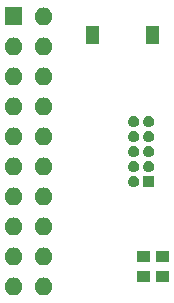
<source format=gbs>
G04 #@! TF.GenerationSoftware,KiCad,Pcbnew,5.0.1-33cea8e~68~ubuntu18.04.1*
G04 #@! TF.CreationDate,2018-11-22T22:47:37+01:00*
G04 #@! TF.ProjectId,jtag_20pin_to_10pin,6A7461675F323070696E5F746F5F3130,rev?*
G04 #@! TF.SameCoordinates,Original*
G04 #@! TF.FileFunction,Soldermask,Bot*
G04 #@! TF.FilePolarity,Negative*
%FSLAX46Y46*%
G04 Gerber Fmt 4.6, Leading zero omitted, Abs format (unit mm)*
G04 Created by KiCad (PCBNEW 5.0.1-33cea8e~68~ubuntu18.04.1) date do 22 nov 2018 22:47:37 CET*
%MOMM*%
%LPD*%
G01*
G04 APERTURE LIST*
%ADD10C,0.100000*%
G04 APERTURE END LIST*
D10*
G36*
X134766318Y-93244411D02*
X134838767Y-93258822D01*
X134895303Y-93282240D01*
X134975257Y-93315358D01*
X135098100Y-93397439D01*
X135202561Y-93501900D01*
X135284642Y-93624743D01*
X135341178Y-93761234D01*
X135370000Y-93906130D01*
X135370000Y-94053870D01*
X135341178Y-94198766D01*
X135284642Y-94335257D01*
X135202561Y-94458100D01*
X135098100Y-94562561D01*
X134975257Y-94644642D01*
X134895303Y-94677760D01*
X134838767Y-94701178D01*
X134766318Y-94715589D01*
X134693870Y-94730000D01*
X134546130Y-94730000D01*
X134473682Y-94715589D01*
X134401233Y-94701178D01*
X134344697Y-94677760D01*
X134264743Y-94644642D01*
X134141900Y-94562561D01*
X134037439Y-94458100D01*
X133955358Y-94335257D01*
X133898822Y-94198766D01*
X133870000Y-94053870D01*
X133870000Y-93906130D01*
X133898822Y-93761234D01*
X133955358Y-93624743D01*
X134037439Y-93501900D01*
X134141900Y-93397439D01*
X134264743Y-93315358D01*
X134344697Y-93282240D01*
X134401233Y-93258822D01*
X134473682Y-93244411D01*
X134546130Y-93230000D01*
X134693870Y-93230000D01*
X134766318Y-93244411D01*
X134766318Y-93244411D01*
G37*
G36*
X132226318Y-93244411D02*
X132298767Y-93258822D01*
X132355303Y-93282240D01*
X132435257Y-93315358D01*
X132558100Y-93397439D01*
X132662561Y-93501900D01*
X132744642Y-93624743D01*
X132801178Y-93761234D01*
X132830000Y-93906130D01*
X132830000Y-94053870D01*
X132801178Y-94198766D01*
X132744642Y-94335257D01*
X132662561Y-94458100D01*
X132558100Y-94562561D01*
X132435257Y-94644642D01*
X132355303Y-94677760D01*
X132298767Y-94701178D01*
X132226318Y-94715589D01*
X132153870Y-94730000D01*
X132006130Y-94730000D01*
X131933682Y-94715589D01*
X131861233Y-94701178D01*
X131804697Y-94677760D01*
X131724743Y-94644642D01*
X131601900Y-94562561D01*
X131497439Y-94458100D01*
X131415358Y-94335257D01*
X131358822Y-94198766D01*
X131330000Y-94053870D01*
X131330000Y-93906130D01*
X131358822Y-93761234D01*
X131415358Y-93624743D01*
X131497439Y-93501900D01*
X131601900Y-93397439D01*
X131724743Y-93315358D01*
X131804697Y-93282240D01*
X131861233Y-93258822D01*
X131933682Y-93244411D01*
X132006130Y-93230000D01*
X132153870Y-93230000D01*
X132226318Y-93244411D01*
X132226318Y-93244411D01*
G37*
G36*
X143650000Y-93600000D02*
X142550000Y-93600000D01*
X142550000Y-92700000D01*
X143650000Y-92700000D01*
X143650000Y-93600000D01*
X143650000Y-93600000D01*
G37*
G36*
X145250000Y-93600000D02*
X144150000Y-93600000D01*
X144150000Y-92700000D01*
X145250000Y-92700000D01*
X145250000Y-93600000D01*
X145250000Y-93600000D01*
G37*
G36*
X134766318Y-90704411D02*
X134838767Y-90718822D01*
X134895303Y-90742240D01*
X134975257Y-90775358D01*
X135098100Y-90857439D01*
X135202561Y-90961900D01*
X135284642Y-91084743D01*
X135341178Y-91221234D01*
X135370000Y-91366130D01*
X135370000Y-91513870D01*
X135341178Y-91658766D01*
X135284642Y-91795257D01*
X135202561Y-91918100D01*
X135098100Y-92022561D01*
X134975257Y-92104642D01*
X134895303Y-92137760D01*
X134838767Y-92161178D01*
X134766318Y-92175589D01*
X134693870Y-92190000D01*
X134546130Y-92190000D01*
X134473682Y-92175589D01*
X134401233Y-92161178D01*
X134344697Y-92137760D01*
X134264743Y-92104642D01*
X134141900Y-92022561D01*
X134037439Y-91918100D01*
X133955358Y-91795257D01*
X133898822Y-91658766D01*
X133870000Y-91513870D01*
X133870000Y-91366130D01*
X133898822Y-91221234D01*
X133955358Y-91084743D01*
X134037439Y-90961900D01*
X134141900Y-90857439D01*
X134264743Y-90775358D01*
X134344697Y-90742240D01*
X134401233Y-90718822D01*
X134473682Y-90704411D01*
X134546130Y-90690000D01*
X134693870Y-90690000D01*
X134766318Y-90704411D01*
X134766318Y-90704411D01*
G37*
G36*
X132226318Y-90704411D02*
X132298767Y-90718822D01*
X132355303Y-90742240D01*
X132435257Y-90775358D01*
X132558100Y-90857439D01*
X132662561Y-90961900D01*
X132744642Y-91084743D01*
X132801178Y-91221234D01*
X132830000Y-91366130D01*
X132830000Y-91513870D01*
X132801178Y-91658766D01*
X132744642Y-91795257D01*
X132662561Y-91918100D01*
X132558100Y-92022561D01*
X132435257Y-92104642D01*
X132355303Y-92137760D01*
X132298767Y-92161178D01*
X132226318Y-92175589D01*
X132153870Y-92190000D01*
X132006130Y-92190000D01*
X131933682Y-92175589D01*
X131861233Y-92161178D01*
X131804697Y-92137760D01*
X131724743Y-92104642D01*
X131601900Y-92022561D01*
X131497439Y-91918100D01*
X131415358Y-91795257D01*
X131358822Y-91658766D01*
X131330000Y-91513870D01*
X131330000Y-91366130D01*
X131358822Y-91221234D01*
X131415358Y-91084743D01*
X131497439Y-90961900D01*
X131601900Y-90857439D01*
X131724743Y-90775358D01*
X131804697Y-90742240D01*
X131861233Y-90718822D01*
X131933682Y-90704411D01*
X132006130Y-90690000D01*
X132153870Y-90690000D01*
X132226318Y-90704411D01*
X132226318Y-90704411D01*
G37*
G36*
X143650000Y-91900000D02*
X142550000Y-91900000D01*
X142550000Y-91000000D01*
X143650000Y-91000000D01*
X143650000Y-91900000D01*
X143650000Y-91900000D01*
G37*
G36*
X145250000Y-91900000D02*
X144150000Y-91900000D01*
X144150000Y-91000000D01*
X145250000Y-91000000D01*
X145250000Y-91900000D01*
X145250000Y-91900000D01*
G37*
G36*
X132226318Y-88164411D02*
X132298767Y-88178822D01*
X132355303Y-88202240D01*
X132435257Y-88235358D01*
X132558100Y-88317439D01*
X132662561Y-88421900D01*
X132744642Y-88544743D01*
X132801178Y-88681234D01*
X132830000Y-88826130D01*
X132830000Y-88973870D01*
X132801178Y-89118766D01*
X132744642Y-89255257D01*
X132662561Y-89378100D01*
X132558100Y-89482561D01*
X132435257Y-89564642D01*
X132355303Y-89597760D01*
X132298767Y-89621178D01*
X132226318Y-89635589D01*
X132153870Y-89650000D01*
X132006130Y-89650000D01*
X131933682Y-89635589D01*
X131861233Y-89621178D01*
X131804697Y-89597760D01*
X131724743Y-89564642D01*
X131601900Y-89482561D01*
X131497439Y-89378100D01*
X131415358Y-89255257D01*
X131358822Y-89118766D01*
X131330000Y-88973870D01*
X131330000Y-88826130D01*
X131358822Y-88681234D01*
X131415358Y-88544743D01*
X131497439Y-88421900D01*
X131601900Y-88317439D01*
X131724743Y-88235358D01*
X131804697Y-88202240D01*
X131861233Y-88178822D01*
X131933682Y-88164411D01*
X132006130Y-88150000D01*
X132153870Y-88150000D01*
X132226318Y-88164411D01*
X132226318Y-88164411D01*
G37*
G36*
X134766318Y-88164411D02*
X134838767Y-88178822D01*
X134895303Y-88202240D01*
X134975257Y-88235358D01*
X135098100Y-88317439D01*
X135202561Y-88421900D01*
X135284642Y-88544743D01*
X135341178Y-88681234D01*
X135370000Y-88826130D01*
X135370000Y-88973870D01*
X135341178Y-89118766D01*
X135284642Y-89255257D01*
X135202561Y-89378100D01*
X135098100Y-89482561D01*
X134975257Y-89564642D01*
X134895303Y-89597760D01*
X134838767Y-89621178D01*
X134766318Y-89635589D01*
X134693870Y-89650000D01*
X134546130Y-89650000D01*
X134473682Y-89635589D01*
X134401233Y-89621178D01*
X134344697Y-89597760D01*
X134264743Y-89564642D01*
X134141900Y-89482561D01*
X134037439Y-89378100D01*
X133955358Y-89255257D01*
X133898822Y-89118766D01*
X133870000Y-88973870D01*
X133870000Y-88826130D01*
X133898822Y-88681234D01*
X133955358Y-88544743D01*
X134037439Y-88421900D01*
X134141900Y-88317439D01*
X134264743Y-88235358D01*
X134344697Y-88202240D01*
X134401233Y-88178822D01*
X134473682Y-88164411D01*
X134546130Y-88150000D01*
X134693870Y-88150000D01*
X134766318Y-88164411D01*
X134766318Y-88164411D01*
G37*
G36*
X132226318Y-85624411D02*
X132298767Y-85638822D01*
X132355303Y-85662240D01*
X132435257Y-85695358D01*
X132558100Y-85777439D01*
X132662561Y-85881900D01*
X132744642Y-86004743D01*
X132801178Y-86141234D01*
X132830000Y-86286130D01*
X132830000Y-86433870D01*
X132801178Y-86578766D01*
X132744642Y-86715257D01*
X132662561Y-86838100D01*
X132558100Y-86942561D01*
X132435257Y-87024642D01*
X132355303Y-87057760D01*
X132298767Y-87081178D01*
X132226318Y-87095589D01*
X132153870Y-87110000D01*
X132006130Y-87110000D01*
X131933682Y-87095589D01*
X131861233Y-87081178D01*
X131804697Y-87057760D01*
X131724743Y-87024642D01*
X131601900Y-86942561D01*
X131497439Y-86838100D01*
X131415358Y-86715257D01*
X131358822Y-86578766D01*
X131330000Y-86433870D01*
X131330000Y-86286130D01*
X131358822Y-86141234D01*
X131415358Y-86004743D01*
X131497439Y-85881900D01*
X131601900Y-85777439D01*
X131724743Y-85695358D01*
X131804697Y-85662240D01*
X131861233Y-85638822D01*
X131933682Y-85624411D01*
X132006130Y-85610000D01*
X132153870Y-85610000D01*
X132226318Y-85624411D01*
X132226318Y-85624411D01*
G37*
G36*
X134766318Y-85624411D02*
X134838767Y-85638822D01*
X134895303Y-85662240D01*
X134975257Y-85695358D01*
X135098100Y-85777439D01*
X135202561Y-85881900D01*
X135284642Y-86004743D01*
X135341178Y-86141234D01*
X135370000Y-86286130D01*
X135370000Y-86433870D01*
X135341178Y-86578766D01*
X135284642Y-86715257D01*
X135202561Y-86838100D01*
X135098100Y-86942561D01*
X134975257Y-87024642D01*
X134895303Y-87057760D01*
X134838767Y-87081178D01*
X134766318Y-87095589D01*
X134693870Y-87110000D01*
X134546130Y-87110000D01*
X134473682Y-87095589D01*
X134401233Y-87081178D01*
X134344697Y-87057760D01*
X134264743Y-87024642D01*
X134141900Y-86942561D01*
X134037439Y-86838100D01*
X133955358Y-86715257D01*
X133898822Y-86578766D01*
X133870000Y-86433870D01*
X133870000Y-86286130D01*
X133898822Y-86141234D01*
X133955358Y-86004743D01*
X134037439Y-85881900D01*
X134141900Y-85777439D01*
X134264743Y-85695358D01*
X134344697Y-85662240D01*
X134401233Y-85638822D01*
X134473682Y-85624411D01*
X134546130Y-85610000D01*
X134693870Y-85610000D01*
X134766318Y-85624411D01*
X134766318Y-85624411D01*
G37*
G36*
X143985000Y-85565000D02*
X143035000Y-85565000D01*
X143035000Y-84615000D01*
X143985000Y-84615000D01*
X143985000Y-85565000D01*
X143985000Y-85565000D01*
G37*
G36*
X142378553Y-84633254D02*
X142464998Y-84669061D01*
X142542796Y-84721044D01*
X142608956Y-84787204D01*
X142660939Y-84865002D01*
X142696746Y-84951447D01*
X142715000Y-85043216D01*
X142715000Y-85136784D01*
X142696746Y-85228553D01*
X142660939Y-85314998D01*
X142608956Y-85392796D01*
X142542796Y-85458956D01*
X142464998Y-85510939D01*
X142378553Y-85546746D01*
X142286784Y-85565000D01*
X142193216Y-85565000D01*
X142101447Y-85546746D01*
X142015002Y-85510939D01*
X141937204Y-85458956D01*
X141871044Y-85392796D01*
X141819061Y-85314998D01*
X141783254Y-85228553D01*
X141765000Y-85136784D01*
X141765000Y-85043216D01*
X141783254Y-84951447D01*
X141819061Y-84865002D01*
X141871044Y-84787204D01*
X141937204Y-84721044D01*
X142015002Y-84669061D01*
X142101447Y-84633254D01*
X142193216Y-84615000D01*
X142286784Y-84615000D01*
X142378553Y-84633254D01*
X142378553Y-84633254D01*
G37*
G36*
X132226318Y-83084411D02*
X132298767Y-83098822D01*
X132355303Y-83122240D01*
X132435257Y-83155358D01*
X132558100Y-83237439D01*
X132662561Y-83341900D01*
X132744642Y-83464743D01*
X132801178Y-83601234D01*
X132830000Y-83746130D01*
X132830000Y-83893870D01*
X132801178Y-84038766D01*
X132744642Y-84175257D01*
X132662561Y-84298100D01*
X132558100Y-84402561D01*
X132435257Y-84484642D01*
X132355303Y-84517760D01*
X132298767Y-84541178D01*
X132226318Y-84555589D01*
X132153870Y-84570000D01*
X132006130Y-84570000D01*
X131933682Y-84555589D01*
X131861233Y-84541178D01*
X131804697Y-84517760D01*
X131724743Y-84484642D01*
X131601900Y-84402561D01*
X131497439Y-84298100D01*
X131415358Y-84175257D01*
X131358822Y-84038766D01*
X131330000Y-83893870D01*
X131330000Y-83746130D01*
X131358822Y-83601234D01*
X131415358Y-83464743D01*
X131497439Y-83341900D01*
X131601900Y-83237439D01*
X131724743Y-83155358D01*
X131804697Y-83122240D01*
X131861233Y-83098822D01*
X131933682Y-83084411D01*
X132006130Y-83070000D01*
X132153870Y-83070000D01*
X132226318Y-83084411D01*
X132226318Y-83084411D01*
G37*
G36*
X134766318Y-83084411D02*
X134838767Y-83098822D01*
X134895303Y-83122240D01*
X134975257Y-83155358D01*
X135098100Y-83237439D01*
X135202561Y-83341900D01*
X135284642Y-83464743D01*
X135341178Y-83601234D01*
X135370000Y-83746130D01*
X135370000Y-83893870D01*
X135341178Y-84038766D01*
X135284642Y-84175257D01*
X135202561Y-84298100D01*
X135098100Y-84402561D01*
X134975257Y-84484642D01*
X134895303Y-84517760D01*
X134838767Y-84541178D01*
X134766318Y-84555589D01*
X134693870Y-84570000D01*
X134546130Y-84570000D01*
X134473682Y-84555589D01*
X134401233Y-84541178D01*
X134344697Y-84517760D01*
X134264743Y-84484642D01*
X134141900Y-84402561D01*
X134037439Y-84298100D01*
X133955358Y-84175257D01*
X133898822Y-84038766D01*
X133870000Y-83893870D01*
X133870000Y-83746130D01*
X133898822Y-83601234D01*
X133955358Y-83464743D01*
X134037439Y-83341900D01*
X134141900Y-83237439D01*
X134264743Y-83155358D01*
X134344697Y-83122240D01*
X134401233Y-83098822D01*
X134473682Y-83084411D01*
X134546130Y-83070000D01*
X134693870Y-83070000D01*
X134766318Y-83084411D01*
X134766318Y-83084411D01*
G37*
G36*
X142378553Y-83363254D02*
X142464998Y-83399061D01*
X142542796Y-83451044D01*
X142608956Y-83517204D01*
X142660939Y-83595002D01*
X142696746Y-83681447D01*
X142715000Y-83773216D01*
X142715000Y-83866784D01*
X142696746Y-83958553D01*
X142660939Y-84044998D01*
X142608956Y-84122796D01*
X142542796Y-84188956D01*
X142464998Y-84240939D01*
X142378553Y-84276746D01*
X142286784Y-84295000D01*
X142193216Y-84295000D01*
X142101447Y-84276746D01*
X142015002Y-84240939D01*
X141937204Y-84188956D01*
X141871044Y-84122796D01*
X141819061Y-84044998D01*
X141783254Y-83958553D01*
X141765000Y-83866784D01*
X141765000Y-83773216D01*
X141783254Y-83681447D01*
X141819061Y-83595002D01*
X141871044Y-83517204D01*
X141937204Y-83451044D01*
X142015002Y-83399061D01*
X142101447Y-83363254D01*
X142193216Y-83345000D01*
X142286784Y-83345000D01*
X142378553Y-83363254D01*
X142378553Y-83363254D01*
G37*
G36*
X143648553Y-83363254D02*
X143734998Y-83399061D01*
X143812796Y-83451044D01*
X143878956Y-83517204D01*
X143930939Y-83595002D01*
X143966746Y-83681447D01*
X143985000Y-83773216D01*
X143985000Y-83866784D01*
X143966746Y-83958553D01*
X143930939Y-84044998D01*
X143878956Y-84122796D01*
X143812796Y-84188956D01*
X143734998Y-84240939D01*
X143648553Y-84276746D01*
X143556784Y-84295000D01*
X143463216Y-84295000D01*
X143371447Y-84276746D01*
X143285002Y-84240939D01*
X143207204Y-84188956D01*
X143141044Y-84122796D01*
X143089061Y-84044998D01*
X143053254Y-83958553D01*
X143035000Y-83866784D01*
X143035000Y-83773216D01*
X143053254Y-83681447D01*
X143089061Y-83595002D01*
X143141044Y-83517204D01*
X143207204Y-83451044D01*
X143285002Y-83399061D01*
X143371447Y-83363254D01*
X143463216Y-83345000D01*
X143556784Y-83345000D01*
X143648553Y-83363254D01*
X143648553Y-83363254D01*
G37*
G36*
X143648553Y-82093254D02*
X143734998Y-82129061D01*
X143812796Y-82181044D01*
X143878956Y-82247204D01*
X143930939Y-82325002D01*
X143966746Y-82411447D01*
X143985000Y-82503216D01*
X143985000Y-82596784D01*
X143966746Y-82688553D01*
X143930939Y-82774998D01*
X143878956Y-82852796D01*
X143812796Y-82918956D01*
X143734998Y-82970939D01*
X143648553Y-83006746D01*
X143556784Y-83025000D01*
X143463216Y-83025000D01*
X143371447Y-83006746D01*
X143285002Y-82970939D01*
X143207204Y-82918956D01*
X143141044Y-82852796D01*
X143089061Y-82774998D01*
X143053254Y-82688553D01*
X143035000Y-82596784D01*
X143035000Y-82503216D01*
X143053254Y-82411447D01*
X143089061Y-82325002D01*
X143141044Y-82247204D01*
X143207204Y-82181044D01*
X143285002Y-82129061D01*
X143371447Y-82093254D01*
X143463216Y-82075000D01*
X143556784Y-82075000D01*
X143648553Y-82093254D01*
X143648553Y-82093254D01*
G37*
G36*
X142378553Y-82093254D02*
X142464998Y-82129061D01*
X142542796Y-82181044D01*
X142608956Y-82247204D01*
X142660939Y-82325002D01*
X142696746Y-82411447D01*
X142715000Y-82503216D01*
X142715000Y-82596784D01*
X142696746Y-82688553D01*
X142660939Y-82774998D01*
X142608956Y-82852796D01*
X142542796Y-82918956D01*
X142464998Y-82970939D01*
X142378553Y-83006746D01*
X142286784Y-83025000D01*
X142193216Y-83025000D01*
X142101447Y-83006746D01*
X142015002Y-82970939D01*
X141937204Y-82918956D01*
X141871044Y-82852796D01*
X141819061Y-82774998D01*
X141783254Y-82688553D01*
X141765000Y-82596784D01*
X141765000Y-82503216D01*
X141783254Y-82411447D01*
X141819061Y-82325002D01*
X141871044Y-82247204D01*
X141937204Y-82181044D01*
X142015002Y-82129061D01*
X142101447Y-82093254D01*
X142193216Y-82075000D01*
X142286784Y-82075000D01*
X142378553Y-82093254D01*
X142378553Y-82093254D01*
G37*
G36*
X132226318Y-80544411D02*
X132298767Y-80558822D01*
X132355303Y-80582240D01*
X132435257Y-80615358D01*
X132558100Y-80697439D01*
X132662561Y-80801900D01*
X132744642Y-80924743D01*
X132801178Y-81061234D01*
X132830000Y-81206130D01*
X132830000Y-81353870D01*
X132801178Y-81498766D01*
X132744642Y-81635257D01*
X132662561Y-81758100D01*
X132558100Y-81862561D01*
X132435257Y-81944642D01*
X132355303Y-81977760D01*
X132298767Y-82001178D01*
X132226318Y-82015589D01*
X132153870Y-82030000D01*
X132006130Y-82030000D01*
X131933682Y-82015589D01*
X131861233Y-82001178D01*
X131804697Y-81977760D01*
X131724743Y-81944642D01*
X131601900Y-81862561D01*
X131497439Y-81758100D01*
X131415358Y-81635257D01*
X131358822Y-81498766D01*
X131330000Y-81353870D01*
X131330000Y-81206130D01*
X131358822Y-81061234D01*
X131415358Y-80924743D01*
X131497439Y-80801900D01*
X131601900Y-80697439D01*
X131724743Y-80615358D01*
X131804697Y-80582240D01*
X131861233Y-80558822D01*
X131933682Y-80544411D01*
X132006130Y-80530000D01*
X132153870Y-80530000D01*
X132226318Y-80544411D01*
X132226318Y-80544411D01*
G37*
G36*
X134766318Y-80544411D02*
X134838767Y-80558822D01*
X134895303Y-80582240D01*
X134975257Y-80615358D01*
X135098100Y-80697439D01*
X135202561Y-80801900D01*
X135284642Y-80924743D01*
X135341178Y-81061234D01*
X135370000Y-81206130D01*
X135370000Y-81353870D01*
X135341178Y-81498766D01*
X135284642Y-81635257D01*
X135202561Y-81758100D01*
X135098100Y-81862561D01*
X134975257Y-81944642D01*
X134895303Y-81977760D01*
X134838767Y-82001178D01*
X134766318Y-82015589D01*
X134693870Y-82030000D01*
X134546130Y-82030000D01*
X134473682Y-82015589D01*
X134401233Y-82001178D01*
X134344697Y-81977760D01*
X134264743Y-81944642D01*
X134141900Y-81862561D01*
X134037439Y-81758100D01*
X133955358Y-81635257D01*
X133898822Y-81498766D01*
X133870000Y-81353870D01*
X133870000Y-81206130D01*
X133898822Y-81061234D01*
X133955358Y-80924743D01*
X134037439Y-80801900D01*
X134141900Y-80697439D01*
X134264743Y-80615358D01*
X134344697Y-80582240D01*
X134401233Y-80558822D01*
X134473682Y-80544411D01*
X134546130Y-80530000D01*
X134693870Y-80530000D01*
X134766318Y-80544411D01*
X134766318Y-80544411D01*
G37*
G36*
X143648553Y-80823254D02*
X143734998Y-80859061D01*
X143812796Y-80911044D01*
X143878956Y-80977204D01*
X143930939Y-81055002D01*
X143966746Y-81141447D01*
X143985000Y-81233216D01*
X143985000Y-81326784D01*
X143966746Y-81418553D01*
X143930939Y-81504998D01*
X143878956Y-81582796D01*
X143812796Y-81648956D01*
X143734998Y-81700939D01*
X143648553Y-81736746D01*
X143556784Y-81755000D01*
X143463216Y-81755000D01*
X143371447Y-81736746D01*
X143285002Y-81700939D01*
X143207204Y-81648956D01*
X143141044Y-81582796D01*
X143089061Y-81504998D01*
X143053254Y-81418553D01*
X143035000Y-81326784D01*
X143035000Y-81233216D01*
X143053254Y-81141447D01*
X143089061Y-81055002D01*
X143141044Y-80977204D01*
X143207204Y-80911044D01*
X143285002Y-80859061D01*
X143371447Y-80823254D01*
X143463216Y-80805000D01*
X143556784Y-80805000D01*
X143648553Y-80823254D01*
X143648553Y-80823254D01*
G37*
G36*
X142378553Y-80823254D02*
X142464998Y-80859061D01*
X142542796Y-80911044D01*
X142608956Y-80977204D01*
X142660939Y-81055002D01*
X142696746Y-81141447D01*
X142715000Y-81233216D01*
X142715000Y-81326784D01*
X142696746Y-81418553D01*
X142660939Y-81504998D01*
X142608956Y-81582796D01*
X142542796Y-81648956D01*
X142464998Y-81700939D01*
X142378553Y-81736746D01*
X142286784Y-81755000D01*
X142193216Y-81755000D01*
X142101447Y-81736746D01*
X142015002Y-81700939D01*
X141937204Y-81648956D01*
X141871044Y-81582796D01*
X141819061Y-81504998D01*
X141783254Y-81418553D01*
X141765000Y-81326784D01*
X141765000Y-81233216D01*
X141783254Y-81141447D01*
X141819061Y-81055002D01*
X141871044Y-80977204D01*
X141937204Y-80911044D01*
X142015002Y-80859061D01*
X142101447Y-80823254D01*
X142193216Y-80805000D01*
X142286784Y-80805000D01*
X142378553Y-80823254D01*
X142378553Y-80823254D01*
G37*
G36*
X143648553Y-79553254D02*
X143734998Y-79589061D01*
X143812796Y-79641044D01*
X143878956Y-79707204D01*
X143930939Y-79785002D01*
X143966746Y-79871447D01*
X143985000Y-79963216D01*
X143985000Y-80056784D01*
X143966746Y-80148553D01*
X143930939Y-80234998D01*
X143878956Y-80312796D01*
X143812796Y-80378956D01*
X143734998Y-80430939D01*
X143648553Y-80466746D01*
X143556784Y-80485000D01*
X143463216Y-80485000D01*
X143371447Y-80466746D01*
X143285002Y-80430939D01*
X143207204Y-80378956D01*
X143141044Y-80312796D01*
X143089061Y-80234998D01*
X143053254Y-80148553D01*
X143035000Y-80056784D01*
X143035000Y-79963216D01*
X143053254Y-79871447D01*
X143089061Y-79785002D01*
X143141044Y-79707204D01*
X143207204Y-79641044D01*
X143285002Y-79589061D01*
X143371447Y-79553254D01*
X143463216Y-79535000D01*
X143556784Y-79535000D01*
X143648553Y-79553254D01*
X143648553Y-79553254D01*
G37*
G36*
X142378553Y-79553254D02*
X142464998Y-79589061D01*
X142542796Y-79641044D01*
X142608956Y-79707204D01*
X142660939Y-79785002D01*
X142696746Y-79871447D01*
X142715000Y-79963216D01*
X142715000Y-80056784D01*
X142696746Y-80148553D01*
X142660939Y-80234998D01*
X142608956Y-80312796D01*
X142542796Y-80378956D01*
X142464998Y-80430939D01*
X142378553Y-80466746D01*
X142286784Y-80485000D01*
X142193216Y-80485000D01*
X142101447Y-80466746D01*
X142015002Y-80430939D01*
X141937204Y-80378956D01*
X141871044Y-80312796D01*
X141819061Y-80234998D01*
X141783254Y-80148553D01*
X141765000Y-80056784D01*
X141765000Y-79963216D01*
X141783254Y-79871447D01*
X141819061Y-79785002D01*
X141871044Y-79707204D01*
X141937204Y-79641044D01*
X142015002Y-79589061D01*
X142101447Y-79553254D01*
X142193216Y-79535000D01*
X142286784Y-79535000D01*
X142378553Y-79553254D01*
X142378553Y-79553254D01*
G37*
G36*
X134766318Y-78004411D02*
X134838767Y-78018822D01*
X134895303Y-78042240D01*
X134975257Y-78075358D01*
X135098100Y-78157439D01*
X135202561Y-78261900D01*
X135284642Y-78384743D01*
X135341178Y-78521234D01*
X135370000Y-78666130D01*
X135370000Y-78813870D01*
X135341178Y-78958766D01*
X135284642Y-79095257D01*
X135202561Y-79218100D01*
X135098100Y-79322561D01*
X134975257Y-79404642D01*
X134895303Y-79437760D01*
X134838767Y-79461178D01*
X134766318Y-79475589D01*
X134693870Y-79490000D01*
X134546130Y-79490000D01*
X134473682Y-79475589D01*
X134401233Y-79461178D01*
X134344697Y-79437760D01*
X134264743Y-79404642D01*
X134141900Y-79322561D01*
X134037439Y-79218100D01*
X133955358Y-79095257D01*
X133898822Y-78958766D01*
X133870000Y-78813870D01*
X133870000Y-78666130D01*
X133898822Y-78521234D01*
X133955358Y-78384743D01*
X134037439Y-78261900D01*
X134141900Y-78157439D01*
X134264743Y-78075358D01*
X134344697Y-78042240D01*
X134401233Y-78018822D01*
X134473682Y-78004411D01*
X134546130Y-77990000D01*
X134693870Y-77990000D01*
X134766318Y-78004411D01*
X134766318Y-78004411D01*
G37*
G36*
X132226318Y-78004411D02*
X132298767Y-78018822D01*
X132355303Y-78042240D01*
X132435257Y-78075358D01*
X132558100Y-78157439D01*
X132662561Y-78261900D01*
X132744642Y-78384743D01*
X132801178Y-78521234D01*
X132830000Y-78666130D01*
X132830000Y-78813870D01*
X132801178Y-78958766D01*
X132744642Y-79095257D01*
X132662561Y-79218100D01*
X132558100Y-79322561D01*
X132435257Y-79404642D01*
X132355303Y-79437760D01*
X132298767Y-79461178D01*
X132226318Y-79475589D01*
X132153870Y-79490000D01*
X132006130Y-79490000D01*
X131933682Y-79475589D01*
X131861233Y-79461178D01*
X131804697Y-79437760D01*
X131724743Y-79404642D01*
X131601900Y-79322561D01*
X131497439Y-79218100D01*
X131415358Y-79095257D01*
X131358822Y-78958766D01*
X131330000Y-78813870D01*
X131330000Y-78666130D01*
X131358822Y-78521234D01*
X131415358Y-78384743D01*
X131497439Y-78261900D01*
X131601900Y-78157439D01*
X131724743Y-78075358D01*
X131804697Y-78042240D01*
X131861233Y-78018822D01*
X131933682Y-78004411D01*
X132006130Y-77990000D01*
X132153870Y-77990000D01*
X132226318Y-78004411D01*
X132226318Y-78004411D01*
G37*
G36*
X132226318Y-75464411D02*
X132298767Y-75478822D01*
X132355303Y-75502240D01*
X132435257Y-75535358D01*
X132558100Y-75617439D01*
X132662561Y-75721900D01*
X132744642Y-75844743D01*
X132801178Y-75981234D01*
X132830000Y-76126130D01*
X132830000Y-76273870D01*
X132801178Y-76418766D01*
X132744642Y-76555257D01*
X132662561Y-76678100D01*
X132558100Y-76782561D01*
X132435257Y-76864642D01*
X132355303Y-76897760D01*
X132298767Y-76921178D01*
X132226318Y-76935589D01*
X132153870Y-76950000D01*
X132006130Y-76950000D01*
X131933682Y-76935589D01*
X131861233Y-76921178D01*
X131804697Y-76897760D01*
X131724743Y-76864642D01*
X131601900Y-76782561D01*
X131497439Y-76678100D01*
X131415358Y-76555257D01*
X131358822Y-76418766D01*
X131330000Y-76273870D01*
X131330000Y-76126130D01*
X131358822Y-75981234D01*
X131415358Y-75844743D01*
X131497439Y-75721900D01*
X131601900Y-75617439D01*
X131724743Y-75535358D01*
X131804697Y-75502240D01*
X131861233Y-75478822D01*
X131933682Y-75464411D01*
X132006130Y-75450000D01*
X132153870Y-75450000D01*
X132226318Y-75464411D01*
X132226318Y-75464411D01*
G37*
G36*
X134766318Y-75464411D02*
X134838767Y-75478822D01*
X134895303Y-75502240D01*
X134975257Y-75535358D01*
X135098100Y-75617439D01*
X135202561Y-75721900D01*
X135284642Y-75844743D01*
X135341178Y-75981234D01*
X135370000Y-76126130D01*
X135370000Y-76273870D01*
X135341178Y-76418766D01*
X135284642Y-76555257D01*
X135202561Y-76678100D01*
X135098100Y-76782561D01*
X134975257Y-76864642D01*
X134895303Y-76897760D01*
X134838767Y-76921178D01*
X134766318Y-76935589D01*
X134693870Y-76950000D01*
X134546130Y-76950000D01*
X134473682Y-76935589D01*
X134401233Y-76921178D01*
X134344697Y-76897760D01*
X134264743Y-76864642D01*
X134141900Y-76782561D01*
X134037439Y-76678100D01*
X133955358Y-76555257D01*
X133898822Y-76418766D01*
X133870000Y-76273870D01*
X133870000Y-76126130D01*
X133898822Y-75981234D01*
X133955358Y-75844743D01*
X134037439Y-75721900D01*
X134141900Y-75617439D01*
X134264743Y-75535358D01*
X134344697Y-75502240D01*
X134401233Y-75478822D01*
X134473682Y-75464411D01*
X134546130Y-75450000D01*
X134693870Y-75450000D01*
X134766318Y-75464411D01*
X134766318Y-75464411D01*
G37*
G36*
X132226318Y-72924411D02*
X132298767Y-72938822D01*
X132355303Y-72962240D01*
X132435257Y-72995358D01*
X132558100Y-73077439D01*
X132662561Y-73181900D01*
X132744642Y-73304743D01*
X132801178Y-73441234D01*
X132830000Y-73586130D01*
X132830000Y-73733870D01*
X132801178Y-73878766D01*
X132744642Y-74015257D01*
X132662561Y-74138100D01*
X132558100Y-74242561D01*
X132435257Y-74324642D01*
X132355303Y-74357760D01*
X132298767Y-74381178D01*
X132226318Y-74395589D01*
X132153870Y-74410000D01*
X132006130Y-74410000D01*
X131933682Y-74395589D01*
X131861233Y-74381178D01*
X131804697Y-74357760D01*
X131724743Y-74324642D01*
X131601900Y-74242561D01*
X131497439Y-74138100D01*
X131415358Y-74015257D01*
X131358822Y-73878766D01*
X131330000Y-73733870D01*
X131330000Y-73586130D01*
X131358822Y-73441234D01*
X131415358Y-73304743D01*
X131497439Y-73181900D01*
X131601900Y-73077439D01*
X131724743Y-72995358D01*
X131804697Y-72962240D01*
X131861233Y-72938822D01*
X131933682Y-72924411D01*
X132006130Y-72910000D01*
X132153870Y-72910000D01*
X132226318Y-72924411D01*
X132226318Y-72924411D01*
G37*
G36*
X134766318Y-72924411D02*
X134838767Y-72938822D01*
X134895303Y-72962240D01*
X134975257Y-72995358D01*
X135098100Y-73077439D01*
X135202561Y-73181900D01*
X135284642Y-73304743D01*
X135341178Y-73441234D01*
X135370000Y-73586130D01*
X135370000Y-73733870D01*
X135341178Y-73878766D01*
X135284642Y-74015257D01*
X135202561Y-74138100D01*
X135098100Y-74242561D01*
X134975257Y-74324642D01*
X134895303Y-74357760D01*
X134838767Y-74381178D01*
X134766318Y-74395589D01*
X134693870Y-74410000D01*
X134546130Y-74410000D01*
X134473682Y-74395589D01*
X134401233Y-74381178D01*
X134344697Y-74357760D01*
X134264743Y-74324642D01*
X134141900Y-74242561D01*
X134037439Y-74138100D01*
X133955358Y-74015257D01*
X133898822Y-73878766D01*
X133870000Y-73733870D01*
X133870000Y-73586130D01*
X133898822Y-73441234D01*
X133955358Y-73304743D01*
X134037439Y-73181900D01*
X134141900Y-73077439D01*
X134264743Y-72995358D01*
X134344697Y-72962240D01*
X134401233Y-72938822D01*
X134473682Y-72924411D01*
X134546130Y-72910000D01*
X134693870Y-72910000D01*
X134766318Y-72924411D01*
X134766318Y-72924411D01*
G37*
G36*
X144350000Y-73500000D02*
X143250000Y-73500000D01*
X143250000Y-71900000D01*
X144350000Y-71900000D01*
X144350000Y-73500000D01*
X144350000Y-73500000D01*
G37*
G36*
X139350000Y-73500000D02*
X138250000Y-73500000D01*
X138250000Y-71900000D01*
X139350000Y-71900000D01*
X139350000Y-73500000D01*
X139350000Y-73500000D01*
G37*
G36*
X134766318Y-70384411D02*
X134838767Y-70398822D01*
X134895303Y-70422240D01*
X134975257Y-70455358D01*
X135098100Y-70537439D01*
X135202561Y-70641900D01*
X135284642Y-70764743D01*
X135341178Y-70901234D01*
X135370000Y-71046130D01*
X135370000Y-71193870D01*
X135341178Y-71338766D01*
X135284642Y-71475257D01*
X135202561Y-71598100D01*
X135098100Y-71702561D01*
X134975257Y-71784642D01*
X134895303Y-71817760D01*
X134838767Y-71841178D01*
X134766318Y-71855589D01*
X134693870Y-71870000D01*
X134546130Y-71870000D01*
X134473682Y-71855589D01*
X134401233Y-71841178D01*
X134344697Y-71817760D01*
X134264743Y-71784642D01*
X134141900Y-71702561D01*
X134037439Y-71598100D01*
X133955358Y-71475257D01*
X133898822Y-71338766D01*
X133870000Y-71193870D01*
X133870000Y-71046130D01*
X133898822Y-70901234D01*
X133955358Y-70764743D01*
X134037439Y-70641900D01*
X134141900Y-70537439D01*
X134264743Y-70455358D01*
X134344697Y-70422240D01*
X134401233Y-70398822D01*
X134473682Y-70384411D01*
X134546130Y-70370000D01*
X134693870Y-70370000D01*
X134766318Y-70384411D01*
X134766318Y-70384411D01*
G37*
G36*
X132830000Y-71870000D02*
X131330000Y-71870000D01*
X131330000Y-70370000D01*
X132830000Y-70370000D01*
X132830000Y-71870000D01*
X132830000Y-71870000D01*
G37*
M02*

</source>
